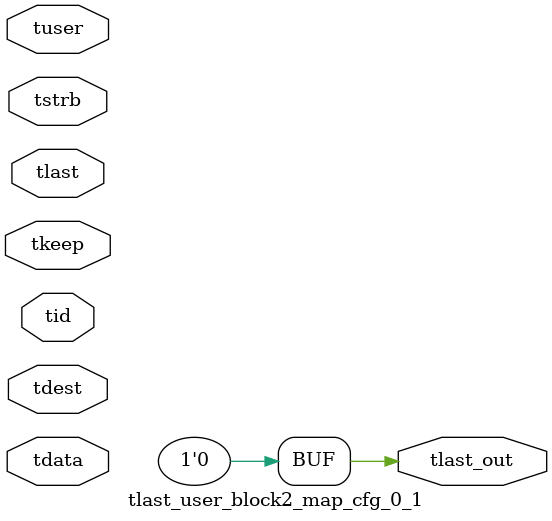
<source format=v>


`timescale 1ps/1ps

module tlast_user_block2_map_cfg_0_1 #
(
parameter C_S_AXIS_TID_WIDTH   = 1,
parameter C_S_AXIS_TUSER_WIDTH = 0,
parameter C_S_AXIS_TDATA_WIDTH = 0,
parameter C_S_AXIS_TDEST_WIDTH = 0
)
(
input  [(C_S_AXIS_TID_WIDTH   == 0 ? 1 : C_S_AXIS_TID_WIDTH)-1:0       ] tid,
input  [(C_S_AXIS_TDATA_WIDTH == 0 ? 1 : C_S_AXIS_TDATA_WIDTH)-1:0     ] tdata,
input  [(C_S_AXIS_TUSER_WIDTH == 0 ? 1 : C_S_AXIS_TUSER_WIDTH)-1:0     ] tuser,
input  [(C_S_AXIS_TDEST_WIDTH == 0 ? 1 : C_S_AXIS_TDEST_WIDTH)-1:0     ] tdest,
input  [(C_S_AXIS_TDATA_WIDTH/8)-1:0 ] tkeep,
input  [(C_S_AXIS_TDATA_WIDTH/8)-1:0 ] tstrb,
input  [0:0]                                                             tlast,
output                                                                   tlast_out
);

assign tlast_out = {1'b0};

endmodule


</source>
